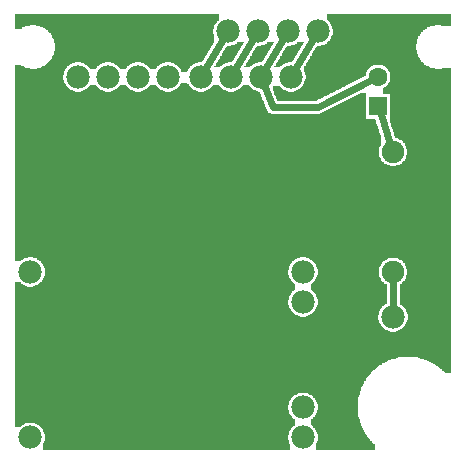
<source format=gtl>
G04 MADE WITH FRITZING*
G04 WWW.FRITZING.ORG*
G04 DOUBLE SIDED*
G04 HOLES PLATED*
G04 CONTOUR ON CENTER OF CONTOUR VECTOR*
%ASAXBY*%
%FSLAX23Y23*%
%MOIN*%
%OFA0B0*%
%SFA1.0B1.0*%
%ADD10C,0.075000*%
%ADD11C,0.062992*%
%ADD12C,0.078000*%
%ADD13R,0.062992X0.062992*%
%ADD14C,0.024000*%
%LNCOPPER1*%
G90*
G70*
G54D10*
X218Y1429D03*
X1301Y1036D03*
X1301Y636D03*
G54D11*
X1251Y1188D03*
X1251Y1286D03*
G54D12*
X1301Y486D03*
X751Y1438D03*
X851Y1438D03*
X951Y1438D03*
X1051Y1438D03*
X961Y1286D03*
X861Y1286D03*
X761Y1286D03*
X661Y1286D03*
X961Y1286D03*
X861Y1286D03*
X761Y1286D03*
X661Y1286D03*
X251Y1286D03*
X351Y1286D03*
X451Y1286D03*
X551Y1286D03*
X92Y636D03*
X92Y85D03*
X1001Y636D03*
X1001Y536D03*
X1001Y185D03*
X1001Y85D03*
G54D13*
X1251Y1188D03*
G54D14*
X900Y1186D02*
X872Y1258D01*
D02*
X1301Y608D02*
X1301Y516D01*
D02*
X1260Y1162D02*
X1292Y1063D01*
D02*
X1051Y1185D02*
X900Y1186D01*
D02*
X1227Y1274D02*
X1051Y1185D01*
D02*
X836Y1412D02*
X776Y1312D01*
D02*
X936Y1412D02*
X876Y1312D01*
D02*
X1036Y1412D02*
X976Y1312D01*
D02*
X736Y1412D02*
X676Y1312D01*
G36*
X784Y1403D02*
X784Y1401D01*
X782Y1401D01*
X782Y1399D01*
X780Y1399D01*
X780Y1397D01*
X778Y1397D01*
X778Y1395D01*
X774Y1395D01*
X774Y1393D01*
X770Y1393D01*
X770Y1391D01*
X762Y1391D01*
X762Y1389D01*
X748Y1389D01*
X748Y1387D01*
X746Y1387D01*
X746Y1385D01*
X744Y1385D01*
X744Y1381D01*
X742Y1381D01*
X742Y1377D01*
X740Y1377D01*
X740Y1375D01*
X738Y1375D01*
X738Y1371D01*
X736Y1371D01*
X736Y1367D01*
X734Y1367D01*
X734Y1365D01*
X732Y1365D01*
X732Y1361D01*
X730Y1361D01*
X730Y1357D01*
X728Y1357D01*
X728Y1355D01*
X726Y1355D01*
X726Y1351D01*
X724Y1351D01*
X724Y1347D01*
X722Y1347D01*
X722Y1345D01*
X720Y1345D01*
X720Y1341D01*
X718Y1341D01*
X718Y1337D01*
X716Y1337D01*
X716Y1333D01*
X714Y1333D01*
X714Y1331D01*
X712Y1331D01*
X712Y1327D01*
X710Y1327D01*
X710Y1323D01*
X708Y1323D01*
X708Y1321D01*
X706Y1321D01*
X706Y1319D01*
X726Y1319D01*
X726Y1321D01*
X728Y1321D01*
X728Y1323D01*
X730Y1323D01*
X730Y1325D01*
X732Y1325D01*
X732Y1327D01*
X736Y1327D01*
X736Y1329D01*
X740Y1329D01*
X740Y1331D01*
X744Y1331D01*
X744Y1333D01*
X752Y1333D01*
X752Y1335D01*
X764Y1335D01*
X764Y1337D01*
X766Y1337D01*
X766Y1339D01*
X768Y1339D01*
X768Y1343D01*
X770Y1343D01*
X770Y1347D01*
X772Y1347D01*
X772Y1349D01*
X774Y1349D01*
X774Y1353D01*
X776Y1353D01*
X776Y1357D01*
X778Y1357D01*
X778Y1359D01*
X780Y1359D01*
X780Y1363D01*
X782Y1363D01*
X782Y1367D01*
X784Y1367D01*
X784Y1369D01*
X786Y1369D01*
X786Y1373D01*
X788Y1373D01*
X788Y1377D01*
X790Y1377D01*
X790Y1379D01*
X792Y1379D01*
X792Y1383D01*
X794Y1383D01*
X794Y1387D01*
X796Y1387D01*
X796Y1389D01*
X798Y1389D01*
X798Y1393D01*
X800Y1393D01*
X800Y1397D01*
X802Y1397D01*
X802Y1399D01*
X804Y1399D01*
X804Y1403D01*
X784Y1403D01*
G37*
D02*
G36*
X884Y1403D02*
X884Y1401D01*
X882Y1401D01*
X882Y1399D01*
X880Y1399D01*
X880Y1397D01*
X878Y1397D01*
X878Y1395D01*
X874Y1395D01*
X874Y1393D01*
X870Y1393D01*
X870Y1391D01*
X862Y1391D01*
X862Y1389D01*
X848Y1389D01*
X848Y1387D01*
X846Y1387D01*
X846Y1385D01*
X844Y1385D01*
X844Y1381D01*
X842Y1381D01*
X842Y1377D01*
X840Y1377D01*
X840Y1375D01*
X838Y1375D01*
X838Y1371D01*
X836Y1371D01*
X836Y1367D01*
X834Y1367D01*
X834Y1365D01*
X832Y1365D01*
X832Y1361D01*
X830Y1361D01*
X830Y1357D01*
X828Y1357D01*
X828Y1355D01*
X826Y1355D01*
X826Y1351D01*
X824Y1351D01*
X824Y1347D01*
X822Y1347D01*
X822Y1345D01*
X820Y1345D01*
X820Y1341D01*
X818Y1341D01*
X818Y1337D01*
X816Y1337D01*
X816Y1333D01*
X814Y1333D01*
X814Y1331D01*
X812Y1331D01*
X812Y1327D01*
X810Y1327D01*
X810Y1323D01*
X808Y1323D01*
X808Y1321D01*
X806Y1321D01*
X806Y1319D01*
X826Y1319D01*
X826Y1321D01*
X828Y1321D01*
X828Y1323D01*
X830Y1323D01*
X830Y1325D01*
X832Y1325D01*
X832Y1327D01*
X836Y1327D01*
X836Y1329D01*
X840Y1329D01*
X840Y1331D01*
X844Y1331D01*
X844Y1333D01*
X852Y1333D01*
X852Y1335D01*
X864Y1335D01*
X864Y1337D01*
X866Y1337D01*
X866Y1339D01*
X868Y1339D01*
X868Y1343D01*
X870Y1343D01*
X870Y1347D01*
X872Y1347D01*
X872Y1349D01*
X874Y1349D01*
X874Y1353D01*
X876Y1353D01*
X876Y1357D01*
X878Y1357D01*
X878Y1359D01*
X880Y1359D01*
X880Y1363D01*
X882Y1363D01*
X882Y1367D01*
X884Y1367D01*
X884Y1369D01*
X886Y1369D01*
X886Y1373D01*
X888Y1373D01*
X888Y1377D01*
X890Y1377D01*
X890Y1379D01*
X892Y1379D01*
X892Y1383D01*
X894Y1383D01*
X894Y1387D01*
X896Y1387D01*
X896Y1389D01*
X898Y1389D01*
X898Y1393D01*
X900Y1393D01*
X900Y1397D01*
X902Y1397D01*
X902Y1399D01*
X904Y1399D01*
X904Y1403D01*
X884Y1403D01*
G37*
D02*
G36*
X984Y1403D02*
X984Y1401D01*
X982Y1401D01*
X982Y1399D01*
X980Y1399D01*
X980Y1397D01*
X978Y1397D01*
X978Y1395D01*
X974Y1395D01*
X974Y1393D01*
X970Y1393D01*
X970Y1391D01*
X962Y1391D01*
X962Y1389D01*
X948Y1389D01*
X948Y1387D01*
X946Y1387D01*
X946Y1385D01*
X944Y1385D01*
X944Y1381D01*
X942Y1381D01*
X942Y1377D01*
X940Y1377D01*
X940Y1375D01*
X938Y1375D01*
X938Y1371D01*
X936Y1371D01*
X936Y1367D01*
X934Y1367D01*
X934Y1365D01*
X932Y1365D01*
X932Y1361D01*
X930Y1361D01*
X930Y1357D01*
X928Y1357D01*
X928Y1355D01*
X926Y1355D01*
X926Y1351D01*
X924Y1351D01*
X924Y1347D01*
X922Y1347D01*
X922Y1345D01*
X920Y1345D01*
X920Y1341D01*
X918Y1341D01*
X918Y1337D01*
X916Y1337D01*
X916Y1333D01*
X914Y1333D01*
X914Y1331D01*
X912Y1331D01*
X912Y1327D01*
X910Y1327D01*
X910Y1323D01*
X908Y1323D01*
X908Y1321D01*
X906Y1321D01*
X906Y1319D01*
X926Y1319D01*
X926Y1321D01*
X928Y1321D01*
X928Y1323D01*
X930Y1323D01*
X930Y1325D01*
X932Y1325D01*
X932Y1327D01*
X936Y1327D01*
X936Y1329D01*
X940Y1329D01*
X940Y1331D01*
X944Y1331D01*
X944Y1333D01*
X952Y1333D01*
X952Y1335D01*
X964Y1335D01*
X964Y1337D01*
X966Y1337D01*
X966Y1339D01*
X968Y1339D01*
X968Y1343D01*
X970Y1343D01*
X970Y1347D01*
X972Y1347D01*
X972Y1349D01*
X974Y1349D01*
X974Y1353D01*
X976Y1353D01*
X976Y1357D01*
X978Y1357D01*
X978Y1359D01*
X980Y1359D01*
X980Y1363D01*
X982Y1363D01*
X982Y1367D01*
X984Y1367D01*
X984Y1369D01*
X986Y1369D01*
X986Y1373D01*
X988Y1373D01*
X988Y1377D01*
X990Y1377D01*
X990Y1379D01*
X992Y1379D01*
X992Y1383D01*
X994Y1383D01*
X994Y1387D01*
X996Y1387D01*
X996Y1389D01*
X998Y1389D01*
X998Y1393D01*
X1000Y1393D01*
X1000Y1397D01*
X1002Y1397D01*
X1002Y1399D01*
X1004Y1399D01*
X1004Y1403D01*
X984Y1403D01*
G37*
D02*
G36*
X40Y1495D02*
X40Y1459D01*
X112Y1459D01*
X112Y1457D01*
X120Y1457D01*
X120Y1455D01*
X126Y1455D01*
X126Y1453D01*
X132Y1453D01*
X132Y1451D01*
X136Y1451D01*
X136Y1449D01*
X140Y1449D01*
X140Y1447D01*
X142Y1447D01*
X142Y1445D01*
X146Y1445D01*
X146Y1443D01*
X148Y1443D01*
X148Y1441D01*
X150Y1441D01*
X150Y1439D01*
X152Y1439D01*
X152Y1437D01*
X154Y1437D01*
X154Y1435D01*
X156Y1435D01*
X156Y1433D01*
X158Y1433D01*
X158Y1431D01*
X160Y1431D01*
X160Y1427D01*
X162Y1427D01*
X162Y1425D01*
X164Y1425D01*
X164Y1421D01*
X166Y1421D01*
X166Y1417D01*
X168Y1417D01*
X168Y1413D01*
X170Y1413D01*
X170Y1407D01*
X172Y1407D01*
X172Y1399D01*
X174Y1399D01*
X174Y1373D01*
X172Y1373D01*
X172Y1365D01*
X170Y1365D01*
X170Y1359D01*
X168Y1359D01*
X168Y1355D01*
X166Y1355D01*
X166Y1351D01*
X164Y1351D01*
X164Y1347D01*
X162Y1347D01*
X162Y1345D01*
X160Y1345D01*
X160Y1341D01*
X158Y1341D01*
X158Y1339D01*
X156Y1339D01*
X156Y1337D01*
X154Y1337D01*
X154Y1335D01*
X560Y1335D01*
X560Y1333D01*
X568Y1333D01*
X568Y1331D01*
X572Y1331D01*
X572Y1329D01*
X576Y1329D01*
X576Y1327D01*
X580Y1327D01*
X580Y1325D01*
X582Y1325D01*
X582Y1323D01*
X584Y1323D01*
X584Y1321D01*
X586Y1321D01*
X586Y1319D01*
X588Y1319D01*
X588Y1317D01*
X590Y1317D01*
X590Y1315D01*
X592Y1315D01*
X592Y1311D01*
X594Y1311D01*
X594Y1307D01*
X596Y1307D01*
X596Y1303D01*
X616Y1303D01*
X616Y1307D01*
X618Y1307D01*
X618Y1311D01*
X620Y1311D01*
X620Y1315D01*
X622Y1315D01*
X622Y1317D01*
X624Y1317D01*
X624Y1319D01*
X626Y1319D01*
X626Y1321D01*
X628Y1321D01*
X628Y1323D01*
X630Y1323D01*
X630Y1325D01*
X632Y1325D01*
X632Y1327D01*
X636Y1327D01*
X636Y1329D01*
X640Y1329D01*
X640Y1331D01*
X644Y1331D01*
X644Y1333D01*
X652Y1333D01*
X652Y1335D01*
X664Y1335D01*
X664Y1337D01*
X666Y1337D01*
X666Y1339D01*
X668Y1339D01*
X668Y1343D01*
X670Y1343D01*
X670Y1347D01*
X672Y1347D01*
X672Y1349D01*
X674Y1349D01*
X674Y1353D01*
X676Y1353D01*
X676Y1357D01*
X678Y1357D01*
X678Y1359D01*
X680Y1359D01*
X680Y1363D01*
X682Y1363D01*
X682Y1367D01*
X684Y1367D01*
X684Y1369D01*
X686Y1369D01*
X686Y1373D01*
X688Y1373D01*
X688Y1377D01*
X690Y1377D01*
X690Y1379D01*
X692Y1379D01*
X692Y1383D01*
X694Y1383D01*
X694Y1387D01*
X696Y1387D01*
X696Y1389D01*
X698Y1389D01*
X698Y1393D01*
X700Y1393D01*
X700Y1397D01*
X702Y1397D01*
X702Y1399D01*
X704Y1399D01*
X704Y1429D01*
X702Y1429D01*
X702Y1445D01*
X704Y1445D01*
X704Y1453D01*
X706Y1453D01*
X706Y1459D01*
X708Y1459D01*
X708Y1461D01*
X710Y1461D01*
X710Y1465D01*
X712Y1465D01*
X712Y1467D01*
X714Y1467D01*
X714Y1471D01*
X716Y1471D01*
X716Y1473D01*
X720Y1473D01*
X720Y1475D01*
X722Y1475D01*
X722Y1495D01*
X40Y1495D01*
G37*
D02*
G36*
X1080Y1495D02*
X1080Y1475D01*
X1084Y1475D01*
X1084Y1473D01*
X1086Y1473D01*
X1086Y1471D01*
X1088Y1471D01*
X1088Y1469D01*
X1090Y1469D01*
X1090Y1465D01*
X1092Y1465D01*
X1092Y1463D01*
X1094Y1463D01*
X1094Y1459D01*
X1462Y1459D01*
X1462Y1457D01*
X1470Y1457D01*
X1470Y1455D01*
X1494Y1455D01*
X1494Y1495D01*
X1080Y1495D01*
G37*
D02*
G36*
X40Y1459D02*
X40Y1445D01*
X60Y1445D01*
X60Y1447D01*
X64Y1447D01*
X64Y1449D01*
X66Y1449D01*
X66Y1451D01*
X70Y1451D01*
X70Y1453D01*
X76Y1453D01*
X76Y1455D01*
X82Y1455D01*
X82Y1457D01*
X90Y1457D01*
X90Y1459D01*
X40Y1459D01*
G37*
D02*
G36*
X1096Y1459D02*
X1096Y1455D01*
X1098Y1455D01*
X1098Y1447D01*
X1100Y1447D01*
X1100Y1427D01*
X1098Y1427D01*
X1098Y1421D01*
X1096Y1421D01*
X1096Y1415D01*
X1094Y1415D01*
X1094Y1413D01*
X1092Y1413D01*
X1092Y1409D01*
X1090Y1409D01*
X1090Y1407D01*
X1088Y1407D01*
X1088Y1405D01*
X1086Y1405D01*
X1086Y1403D01*
X1084Y1403D01*
X1084Y1401D01*
X1082Y1401D01*
X1082Y1399D01*
X1080Y1399D01*
X1080Y1397D01*
X1078Y1397D01*
X1078Y1395D01*
X1074Y1395D01*
X1074Y1393D01*
X1070Y1393D01*
X1070Y1391D01*
X1062Y1391D01*
X1062Y1389D01*
X1048Y1389D01*
X1048Y1387D01*
X1046Y1387D01*
X1046Y1385D01*
X1044Y1385D01*
X1044Y1381D01*
X1042Y1381D01*
X1042Y1377D01*
X1040Y1377D01*
X1040Y1375D01*
X1038Y1375D01*
X1038Y1371D01*
X1036Y1371D01*
X1036Y1367D01*
X1034Y1367D01*
X1034Y1365D01*
X1032Y1365D01*
X1032Y1361D01*
X1030Y1361D01*
X1030Y1357D01*
X1028Y1357D01*
X1028Y1355D01*
X1026Y1355D01*
X1026Y1351D01*
X1024Y1351D01*
X1024Y1347D01*
X1022Y1347D01*
X1022Y1345D01*
X1020Y1345D01*
X1020Y1341D01*
X1018Y1341D01*
X1018Y1337D01*
X1016Y1337D01*
X1016Y1333D01*
X1014Y1333D01*
X1014Y1331D01*
X1012Y1331D01*
X1012Y1327D01*
X1262Y1327D01*
X1262Y1325D01*
X1268Y1325D01*
X1268Y1323D01*
X1272Y1323D01*
X1272Y1321D01*
X1274Y1321D01*
X1274Y1319D01*
X1278Y1319D01*
X1278Y1317D01*
X1280Y1317D01*
X1280Y1315D01*
X1282Y1315D01*
X1282Y1313D01*
X1440Y1313D01*
X1440Y1315D01*
X1430Y1315D01*
X1430Y1317D01*
X1426Y1317D01*
X1426Y1319D01*
X1420Y1319D01*
X1420Y1321D01*
X1416Y1321D01*
X1416Y1323D01*
X1412Y1323D01*
X1412Y1325D01*
X1410Y1325D01*
X1410Y1327D01*
X1406Y1327D01*
X1406Y1329D01*
X1404Y1329D01*
X1404Y1331D01*
X1402Y1331D01*
X1402Y1333D01*
X1400Y1333D01*
X1400Y1335D01*
X1398Y1335D01*
X1398Y1337D01*
X1396Y1337D01*
X1396Y1339D01*
X1394Y1339D01*
X1394Y1343D01*
X1392Y1343D01*
X1392Y1345D01*
X1390Y1345D01*
X1390Y1349D01*
X1388Y1349D01*
X1388Y1351D01*
X1386Y1351D01*
X1386Y1355D01*
X1384Y1355D01*
X1384Y1361D01*
X1382Y1361D01*
X1382Y1367D01*
X1380Y1367D01*
X1380Y1377D01*
X1378Y1377D01*
X1378Y1395D01*
X1380Y1395D01*
X1380Y1405D01*
X1382Y1405D01*
X1382Y1411D01*
X1384Y1411D01*
X1384Y1417D01*
X1386Y1417D01*
X1386Y1421D01*
X1388Y1421D01*
X1388Y1423D01*
X1390Y1423D01*
X1390Y1427D01*
X1392Y1427D01*
X1392Y1429D01*
X1394Y1429D01*
X1394Y1433D01*
X1396Y1433D01*
X1396Y1435D01*
X1398Y1435D01*
X1398Y1437D01*
X1400Y1437D01*
X1400Y1439D01*
X1402Y1439D01*
X1402Y1441D01*
X1404Y1441D01*
X1404Y1443D01*
X1408Y1443D01*
X1408Y1445D01*
X1410Y1445D01*
X1410Y1447D01*
X1414Y1447D01*
X1414Y1449D01*
X1416Y1449D01*
X1416Y1451D01*
X1420Y1451D01*
X1420Y1453D01*
X1426Y1453D01*
X1426Y1455D01*
X1432Y1455D01*
X1432Y1457D01*
X1440Y1457D01*
X1440Y1459D01*
X1096Y1459D01*
G37*
D02*
G36*
X152Y1335D02*
X152Y1333D01*
X150Y1333D01*
X150Y1331D01*
X148Y1331D01*
X148Y1329D01*
X146Y1329D01*
X146Y1327D01*
X142Y1327D01*
X142Y1325D01*
X140Y1325D01*
X140Y1323D01*
X136Y1323D01*
X136Y1321D01*
X132Y1321D01*
X132Y1319D01*
X128Y1319D01*
X128Y1317D01*
X122Y1317D01*
X122Y1315D01*
X114Y1315D01*
X114Y1313D01*
X212Y1313D01*
X212Y1317D01*
X214Y1317D01*
X214Y1319D01*
X216Y1319D01*
X216Y1321D01*
X218Y1321D01*
X218Y1323D01*
X220Y1323D01*
X220Y1325D01*
X224Y1325D01*
X224Y1327D01*
X226Y1327D01*
X226Y1329D01*
X230Y1329D01*
X230Y1331D01*
X236Y1331D01*
X236Y1333D01*
X242Y1333D01*
X242Y1335D01*
X152Y1335D01*
G37*
D02*
G36*
X260Y1335D02*
X260Y1333D01*
X268Y1333D01*
X268Y1331D01*
X272Y1331D01*
X272Y1329D01*
X276Y1329D01*
X276Y1327D01*
X280Y1327D01*
X280Y1325D01*
X282Y1325D01*
X282Y1323D01*
X284Y1323D01*
X284Y1321D01*
X286Y1321D01*
X286Y1319D01*
X288Y1319D01*
X288Y1317D01*
X290Y1317D01*
X290Y1315D01*
X292Y1315D01*
X292Y1313D01*
X312Y1313D01*
X312Y1317D01*
X314Y1317D01*
X314Y1319D01*
X316Y1319D01*
X316Y1321D01*
X318Y1321D01*
X318Y1323D01*
X320Y1323D01*
X320Y1325D01*
X324Y1325D01*
X324Y1327D01*
X326Y1327D01*
X326Y1329D01*
X330Y1329D01*
X330Y1331D01*
X336Y1331D01*
X336Y1333D01*
X342Y1333D01*
X342Y1335D01*
X260Y1335D01*
G37*
D02*
G36*
X360Y1335D02*
X360Y1333D01*
X368Y1333D01*
X368Y1331D01*
X372Y1331D01*
X372Y1329D01*
X376Y1329D01*
X376Y1327D01*
X380Y1327D01*
X380Y1325D01*
X382Y1325D01*
X382Y1323D01*
X384Y1323D01*
X384Y1321D01*
X386Y1321D01*
X386Y1319D01*
X388Y1319D01*
X388Y1317D01*
X390Y1317D01*
X390Y1315D01*
X392Y1315D01*
X392Y1313D01*
X412Y1313D01*
X412Y1317D01*
X414Y1317D01*
X414Y1319D01*
X416Y1319D01*
X416Y1321D01*
X418Y1321D01*
X418Y1323D01*
X420Y1323D01*
X420Y1325D01*
X424Y1325D01*
X424Y1327D01*
X426Y1327D01*
X426Y1329D01*
X430Y1329D01*
X430Y1331D01*
X436Y1331D01*
X436Y1333D01*
X442Y1333D01*
X442Y1335D01*
X360Y1335D01*
G37*
D02*
G36*
X460Y1335D02*
X460Y1333D01*
X468Y1333D01*
X468Y1331D01*
X472Y1331D01*
X472Y1329D01*
X476Y1329D01*
X476Y1327D01*
X480Y1327D01*
X480Y1325D01*
X482Y1325D01*
X482Y1323D01*
X484Y1323D01*
X484Y1321D01*
X486Y1321D01*
X486Y1319D01*
X488Y1319D01*
X488Y1317D01*
X490Y1317D01*
X490Y1315D01*
X492Y1315D01*
X492Y1313D01*
X512Y1313D01*
X512Y1317D01*
X514Y1317D01*
X514Y1319D01*
X516Y1319D01*
X516Y1321D01*
X518Y1321D01*
X518Y1323D01*
X520Y1323D01*
X520Y1325D01*
X524Y1325D01*
X524Y1327D01*
X526Y1327D01*
X526Y1329D01*
X530Y1329D01*
X530Y1331D01*
X536Y1331D01*
X536Y1333D01*
X542Y1333D01*
X542Y1335D01*
X460Y1335D01*
G37*
D02*
G36*
X40Y1327D02*
X40Y1313D01*
X90Y1313D01*
X90Y1315D01*
X80Y1315D01*
X80Y1317D01*
X76Y1317D01*
X76Y1319D01*
X70Y1319D01*
X70Y1321D01*
X66Y1321D01*
X66Y1323D01*
X62Y1323D01*
X62Y1325D01*
X60Y1325D01*
X60Y1327D01*
X40Y1327D01*
G37*
D02*
G36*
X1010Y1327D02*
X1010Y1323D01*
X1008Y1323D01*
X1008Y1321D01*
X1006Y1321D01*
X1006Y1301D01*
X1008Y1301D01*
X1008Y1293D01*
X1010Y1293D01*
X1010Y1279D01*
X1008Y1279D01*
X1008Y1271D01*
X1006Y1271D01*
X1006Y1265D01*
X1004Y1265D01*
X1004Y1261D01*
X1002Y1261D01*
X1002Y1259D01*
X1000Y1259D01*
X1000Y1255D01*
X998Y1255D01*
X998Y1253D01*
X996Y1253D01*
X996Y1251D01*
X994Y1251D01*
X994Y1249D01*
X992Y1249D01*
X992Y1247D01*
X988Y1247D01*
X988Y1245D01*
X986Y1245D01*
X986Y1243D01*
X982Y1243D01*
X982Y1241D01*
X978Y1241D01*
X978Y1239D01*
X970Y1239D01*
X970Y1237D01*
X1108Y1237D01*
X1108Y1239D01*
X1112Y1239D01*
X1112Y1241D01*
X1116Y1241D01*
X1116Y1243D01*
X1120Y1243D01*
X1120Y1245D01*
X1124Y1245D01*
X1124Y1247D01*
X1128Y1247D01*
X1128Y1249D01*
X1132Y1249D01*
X1132Y1251D01*
X1136Y1251D01*
X1136Y1253D01*
X1140Y1253D01*
X1140Y1255D01*
X1144Y1255D01*
X1144Y1257D01*
X1146Y1257D01*
X1146Y1259D01*
X1150Y1259D01*
X1150Y1261D01*
X1154Y1261D01*
X1154Y1263D01*
X1158Y1263D01*
X1158Y1265D01*
X1162Y1265D01*
X1162Y1267D01*
X1166Y1267D01*
X1166Y1269D01*
X1170Y1269D01*
X1170Y1271D01*
X1174Y1271D01*
X1174Y1273D01*
X1178Y1273D01*
X1178Y1275D01*
X1182Y1275D01*
X1182Y1277D01*
X1186Y1277D01*
X1186Y1279D01*
X1190Y1279D01*
X1190Y1281D01*
X1194Y1281D01*
X1194Y1283D01*
X1198Y1283D01*
X1198Y1285D01*
X1202Y1285D01*
X1202Y1287D01*
X1206Y1287D01*
X1206Y1289D01*
X1210Y1289D01*
X1210Y1295D01*
X1212Y1295D01*
X1212Y1301D01*
X1214Y1301D01*
X1214Y1305D01*
X1216Y1305D01*
X1216Y1309D01*
X1218Y1309D01*
X1218Y1311D01*
X1220Y1311D01*
X1220Y1315D01*
X1222Y1315D01*
X1222Y1317D01*
X1226Y1317D01*
X1226Y1319D01*
X1228Y1319D01*
X1228Y1321D01*
X1232Y1321D01*
X1232Y1323D01*
X1234Y1323D01*
X1234Y1325D01*
X1242Y1325D01*
X1242Y1327D01*
X1010Y1327D01*
G37*
D02*
G36*
X1472Y1317D02*
X1472Y1315D01*
X1464Y1315D01*
X1464Y1313D01*
X1494Y1313D01*
X1494Y1317D01*
X1472Y1317D01*
G37*
D02*
G36*
X40Y1313D02*
X40Y1311D01*
X210Y1311D01*
X210Y1313D01*
X40Y1313D01*
G37*
D02*
G36*
X40Y1313D02*
X40Y1311D01*
X210Y1311D01*
X210Y1313D01*
X40Y1313D01*
G37*
D02*
G36*
X1284Y1313D02*
X1284Y1311D01*
X1494Y1311D01*
X1494Y1313D01*
X1284Y1313D01*
G37*
D02*
G36*
X1284Y1313D02*
X1284Y1311D01*
X1494Y1311D01*
X1494Y1313D01*
X1284Y1313D01*
G37*
D02*
G36*
X40Y1311D02*
X40Y1237D01*
X242Y1237D01*
X242Y1239D01*
X234Y1239D01*
X234Y1241D01*
X230Y1241D01*
X230Y1243D01*
X226Y1243D01*
X226Y1245D01*
X222Y1245D01*
X222Y1247D01*
X220Y1247D01*
X220Y1249D01*
X218Y1249D01*
X218Y1251D01*
X216Y1251D01*
X216Y1253D01*
X214Y1253D01*
X214Y1255D01*
X212Y1255D01*
X212Y1259D01*
X210Y1259D01*
X210Y1261D01*
X208Y1261D01*
X208Y1265D01*
X206Y1265D01*
X206Y1271D01*
X204Y1271D01*
X204Y1277D01*
X202Y1277D01*
X202Y1293D01*
X204Y1293D01*
X204Y1301D01*
X206Y1301D01*
X206Y1307D01*
X208Y1307D01*
X208Y1311D01*
X40Y1311D01*
G37*
D02*
G36*
X1284Y1311D02*
X1284Y1309D01*
X1286Y1309D01*
X1286Y1307D01*
X1288Y1307D01*
X1288Y1303D01*
X1290Y1303D01*
X1290Y1297D01*
X1292Y1297D01*
X1292Y1275D01*
X1290Y1275D01*
X1290Y1269D01*
X1288Y1269D01*
X1288Y1265D01*
X1286Y1265D01*
X1286Y1263D01*
X1284Y1263D01*
X1284Y1259D01*
X1282Y1259D01*
X1282Y1257D01*
X1280Y1257D01*
X1280Y1255D01*
X1278Y1255D01*
X1278Y1253D01*
X1274Y1253D01*
X1274Y1251D01*
X1272Y1251D01*
X1272Y1249D01*
X1268Y1249D01*
X1268Y1229D01*
X1292Y1229D01*
X1292Y1131D01*
X1294Y1131D01*
X1294Y1125D01*
X1296Y1125D01*
X1296Y1119D01*
X1298Y1119D01*
X1298Y1113D01*
X1300Y1113D01*
X1300Y1107D01*
X1302Y1107D01*
X1302Y1101D01*
X1304Y1101D01*
X1304Y1095D01*
X1306Y1095D01*
X1306Y1089D01*
X1308Y1089D01*
X1308Y1083D01*
X1312Y1083D01*
X1312Y1081D01*
X1318Y1081D01*
X1318Y1079D01*
X1322Y1079D01*
X1322Y1077D01*
X1326Y1077D01*
X1326Y1075D01*
X1330Y1075D01*
X1330Y1073D01*
X1332Y1073D01*
X1332Y1071D01*
X1334Y1071D01*
X1334Y1069D01*
X1336Y1069D01*
X1336Y1067D01*
X1338Y1067D01*
X1338Y1065D01*
X1340Y1065D01*
X1340Y1061D01*
X1342Y1061D01*
X1342Y1057D01*
X1344Y1057D01*
X1344Y1055D01*
X1346Y1055D01*
X1346Y1047D01*
X1348Y1047D01*
X1348Y1025D01*
X1346Y1025D01*
X1346Y1017D01*
X1344Y1017D01*
X1344Y1013D01*
X1342Y1013D01*
X1342Y1011D01*
X1340Y1011D01*
X1340Y1007D01*
X1338Y1007D01*
X1338Y1005D01*
X1336Y1005D01*
X1336Y1003D01*
X1334Y1003D01*
X1334Y1001D01*
X1332Y1001D01*
X1332Y999D01*
X1330Y999D01*
X1330Y997D01*
X1326Y997D01*
X1326Y995D01*
X1324Y995D01*
X1324Y993D01*
X1320Y993D01*
X1320Y991D01*
X1312Y991D01*
X1312Y989D01*
X1494Y989D01*
X1494Y1311D01*
X1284Y1311D01*
G37*
D02*
G36*
X596Y1267D02*
X596Y1265D01*
X594Y1265D01*
X594Y1261D01*
X592Y1261D01*
X592Y1257D01*
X590Y1257D01*
X590Y1255D01*
X588Y1255D01*
X588Y1253D01*
X586Y1253D01*
X586Y1251D01*
X584Y1251D01*
X584Y1249D01*
X582Y1249D01*
X582Y1247D01*
X580Y1247D01*
X580Y1245D01*
X576Y1245D01*
X576Y1243D01*
X572Y1243D01*
X572Y1241D01*
X568Y1241D01*
X568Y1239D01*
X562Y1239D01*
X562Y1237D01*
X650Y1237D01*
X650Y1239D01*
X644Y1239D01*
X644Y1241D01*
X640Y1241D01*
X640Y1243D01*
X636Y1243D01*
X636Y1245D01*
X632Y1245D01*
X632Y1247D01*
X630Y1247D01*
X630Y1249D01*
X628Y1249D01*
X628Y1251D01*
X626Y1251D01*
X626Y1253D01*
X624Y1253D01*
X624Y1255D01*
X622Y1255D01*
X622Y1257D01*
X620Y1257D01*
X620Y1261D01*
X618Y1261D01*
X618Y1263D01*
X616Y1263D01*
X616Y1267D01*
X596Y1267D01*
G37*
D02*
G36*
X292Y1259D02*
X292Y1257D01*
X290Y1257D01*
X290Y1255D01*
X288Y1255D01*
X288Y1253D01*
X286Y1253D01*
X286Y1251D01*
X284Y1251D01*
X284Y1249D01*
X282Y1249D01*
X282Y1247D01*
X280Y1247D01*
X280Y1245D01*
X276Y1245D01*
X276Y1243D01*
X272Y1243D01*
X272Y1241D01*
X268Y1241D01*
X268Y1239D01*
X262Y1239D01*
X262Y1237D01*
X342Y1237D01*
X342Y1239D01*
X334Y1239D01*
X334Y1241D01*
X330Y1241D01*
X330Y1243D01*
X326Y1243D01*
X326Y1245D01*
X322Y1245D01*
X322Y1247D01*
X320Y1247D01*
X320Y1249D01*
X318Y1249D01*
X318Y1251D01*
X316Y1251D01*
X316Y1253D01*
X314Y1253D01*
X314Y1255D01*
X312Y1255D01*
X312Y1259D01*
X292Y1259D01*
G37*
D02*
G36*
X392Y1259D02*
X392Y1257D01*
X390Y1257D01*
X390Y1255D01*
X388Y1255D01*
X388Y1253D01*
X386Y1253D01*
X386Y1251D01*
X384Y1251D01*
X384Y1249D01*
X382Y1249D01*
X382Y1247D01*
X380Y1247D01*
X380Y1245D01*
X376Y1245D01*
X376Y1243D01*
X372Y1243D01*
X372Y1241D01*
X368Y1241D01*
X368Y1239D01*
X362Y1239D01*
X362Y1237D01*
X442Y1237D01*
X442Y1239D01*
X434Y1239D01*
X434Y1241D01*
X430Y1241D01*
X430Y1243D01*
X426Y1243D01*
X426Y1245D01*
X422Y1245D01*
X422Y1247D01*
X420Y1247D01*
X420Y1249D01*
X418Y1249D01*
X418Y1251D01*
X416Y1251D01*
X416Y1253D01*
X414Y1253D01*
X414Y1255D01*
X412Y1255D01*
X412Y1259D01*
X392Y1259D01*
G37*
D02*
G36*
X492Y1259D02*
X492Y1257D01*
X490Y1257D01*
X490Y1255D01*
X488Y1255D01*
X488Y1253D01*
X486Y1253D01*
X486Y1251D01*
X484Y1251D01*
X484Y1249D01*
X482Y1249D01*
X482Y1247D01*
X480Y1247D01*
X480Y1245D01*
X476Y1245D01*
X476Y1243D01*
X472Y1243D01*
X472Y1241D01*
X468Y1241D01*
X468Y1239D01*
X462Y1239D01*
X462Y1237D01*
X542Y1237D01*
X542Y1239D01*
X534Y1239D01*
X534Y1241D01*
X530Y1241D01*
X530Y1243D01*
X526Y1243D01*
X526Y1245D01*
X522Y1245D01*
X522Y1247D01*
X520Y1247D01*
X520Y1249D01*
X518Y1249D01*
X518Y1251D01*
X516Y1251D01*
X516Y1253D01*
X514Y1253D01*
X514Y1255D01*
X512Y1255D01*
X512Y1259D01*
X492Y1259D01*
G37*
D02*
G36*
X700Y1259D02*
X700Y1255D01*
X698Y1255D01*
X698Y1253D01*
X696Y1253D01*
X696Y1251D01*
X694Y1251D01*
X694Y1249D01*
X692Y1249D01*
X692Y1247D01*
X688Y1247D01*
X688Y1245D01*
X686Y1245D01*
X686Y1243D01*
X682Y1243D01*
X682Y1241D01*
X678Y1241D01*
X678Y1239D01*
X670Y1239D01*
X670Y1237D01*
X750Y1237D01*
X750Y1239D01*
X744Y1239D01*
X744Y1241D01*
X740Y1241D01*
X740Y1243D01*
X736Y1243D01*
X736Y1245D01*
X732Y1245D01*
X732Y1247D01*
X730Y1247D01*
X730Y1249D01*
X728Y1249D01*
X728Y1251D01*
X726Y1251D01*
X726Y1253D01*
X724Y1253D01*
X724Y1255D01*
X722Y1255D01*
X722Y1257D01*
X720Y1257D01*
X720Y1259D01*
X700Y1259D01*
G37*
D02*
G36*
X800Y1259D02*
X800Y1255D01*
X798Y1255D01*
X798Y1253D01*
X796Y1253D01*
X796Y1251D01*
X794Y1251D01*
X794Y1249D01*
X792Y1249D01*
X792Y1247D01*
X788Y1247D01*
X788Y1245D01*
X786Y1245D01*
X786Y1243D01*
X782Y1243D01*
X782Y1241D01*
X778Y1241D01*
X778Y1239D01*
X770Y1239D01*
X770Y1237D01*
X850Y1237D01*
X850Y1239D01*
X844Y1239D01*
X844Y1241D01*
X840Y1241D01*
X840Y1243D01*
X836Y1243D01*
X836Y1245D01*
X832Y1245D01*
X832Y1247D01*
X830Y1247D01*
X830Y1249D01*
X828Y1249D01*
X828Y1251D01*
X826Y1251D01*
X826Y1253D01*
X824Y1253D01*
X824Y1255D01*
X822Y1255D01*
X822Y1257D01*
X820Y1257D01*
X820Y1259D01*
X800Y1259D01*
G37*
D02*
G36*
X902Y1257D02*
X902Y1239D01*
X904Y1239D01*
X904Y1237D01*
X950Y1237D01*
X950Y1239D01*
X944Y1239D01*
X944Y1241D01*
X940Y1241D01*
X940Y1243D01*
X936Y1243D01*
X936Y1245D01*
X932Y1245D01*
X932Y1247D01*
X930Y1247D01*
X930Y1249D01*
X928Y1249D01*
X928Y1251D01*
X926Y1251D01*
X926Y1253D01*
X924Y1253D01*
X924Y1255D01*
X922Y1255D01*
X922Y1257D01*
X902Y1257D01*
G37*
D02*
G36*
X40Y1237D02*
X40Y1235D01*
X856Y1235D01*
X856Y1237D01*
X40Y1237D01*
G37*
D02*
G36*
X40Y1237D02*
X40Y1235D01*
X856Y1235D01*
X856Y1237D01*
X40Y1237D01*
G37*
D02*
G36*
X40Y1237D02*
X40Y1235D01*
X856Y1235D01*
X856Y1237D01*
X40Y1237D01*
G37*
D02*
G36*
X40Y1237D02*
X40Y1235D01*
X856Y1235D01*
X856Y1237D01*
X40Y1237D01*
G37*
D02*
G36*
X40Y1237D02*
X40Y1235D01*
X856Y1235D01*
X856Y1237D01*
X40Y1237D01*
G37*
D02*
G36*
X40Y1237D02*
X40Y1235D01*
X856Y1235D01*
X856Y1237D01*
X40Y1237D01*
G37*
D02*
G36*
X40Y1237D02*
X40Y1235D01*
X856Y1235D01*
X856Y1237D01*
X40Y1237D01*
G37*
D02*
G36*
X904Y1237D02*
X904Y1235D01*
X1104Y1235D01*
X1104Y1237D01*
X904Y1237D01*
G37*
D02*
G36*
X904Y1237D02*
X904Y1235D01*
X1104Y1235D01*
X1104Y1237D01*
X904Y1237D01*
G37*
D02*
G36*
X40Y1235D02*
X40Y1163D01*
X894Y1163D01*
X894Y1165D01*
X890Y1165D01*
X890Y1167D01*
X886Y1167D01*
X886Y1169D01*
X884Y1169D01*
X884Y1171D01*
X882Y1171D01*
X882Y1175D01*
X880Y1175D01*
X880Y1179D01*
X878Y1179D01*
X878Y1185D01*
X876Y1185D01*
X876Y1189D01*
X874Y1189D01*
X874Y1195D01*
X872Y1195D01*
X872Y1199D01*
X870Y1199D01*
X870Y1205D01*
X868Y1205D01*
X868Y1209D01*
X866Y1209D01*
X866Y1215D01*
X864Y1215D01*
X864Y1219D01*
X862Y1219D01*
X862Y1225D01*
X860Y1225D01*
X860Y1229D01*
X858Y1229D01*
X858Y1235D01*
X40Y1235D01*
G37*
D02*
G36*
X904Y1235D02*
X904Y1233D01*
X906Y1233D01*
X906Y1227D01*
X908Y1227D01*
X908Y1223D01*
X910Y1223D01*
X910Y1217D01*
X912Y1217D01*
X912Y1213D01*
X914Y1213D01*
X914Y1207D01*
X1048Y1207D01*
X1048Y1209D01*
X1052Y1209D01*
X1052Y1211D01*
X1056Y1211D01*
X1056Y1213D01*
X1060Y1213D01*
X1060Y1215D01*
X1064Y1215D01*
X1064Y1217D01*
X1068Y1217D01*
X1068Y1219D01*
X1072Y1219D01*
X1072Y1221D01*
X1076Y1221D01*
X1076Y1223D01*
X1080Y1223D01*
X1080Y1225D01*
X1084Y1225D01*
X1084Y1227D01*
X1088Y1227D01*
X1088Y1229D01*
X1092Y1229D01*
X1092Y1231D01*
X1096Y1231D01*
X1096Y1233D01*
X1100Y1233D01*
X1100Y1235D01*
X904Y1235D01*
G37*
D02*
G36*
X1190Y1231D02*
X1190Y1229D01*
X1186Y1229D01*
X1186Y1227D01*
X1182Y1227D01*
X1182Y1225D01*
X1178Y1225D01*
X1178Y1223D01*
X1174Y1223D01*
X1174Y1221D01*
X1170Y1221D01*
X1170Y1219D01*
X1166Y1219D01*
X1166Y1217D01*
X1162Y1217D01*
X1162Y1215D01*
X1158Y1215D01*
X1158Y1213D01*
X1154Y1213D01*
X1154Y1211D01*
X1150Y1211D01*
X1150Y1209D01*
X1146Y1209D01*
X1146Y1207D01*
X1142Y1207D01*
X1142Y1205D01*
X1138Y1205D01*
X1138Y1203D01*
X1134Y1203D01*
X1134Y1201D01*
X1130Y1201D01*
X1130Y1199D01*
X1126Y1199D01*
X1126Y1197D01*
X1122Y1197D01*
X1122Y1195D01*
X1118Y1195D01*
X1118Y1193D01*
X1114Y1193D01*
X1114Y1191D01*
X1110Y1191D01*
X1110Y1189D01*
X1106Y1189D01*
X1106Y1187D01*
X1102Y1187D01*
X1102Y1185D01*
X1098Y1185D01*
X1098Y1183D01*
X1094Y1183D01*
X1094Y1181D01*
X1090Y1181D01*
X1090Y1179D01*
X1086Y1179D01*
X1086Y1177D01*
X1082Y1177D01*
X1082Y1175D01*
X1078Y1175D01*
X1078Y1173D01*
X1074Y1173D01*
X1074Y1171D01*
X1070Y1171D01*
X1070Y1169D01*
X1066Y1169D01*
X1066Y1167D01*
X1062Y1167D01*
X1062Y1165D01*
X1058Y1165D01*
X1058Y1163D01*
X1210Y1163D01*
X1210Y1231D01*
X1190Y1231D01*
G37*
D02*
G36*
X40Y1163D02*
X40Y1161D01*
X1210Y1161D01*
X1210Y1163D01*
X40Y1163D01*
G37*
D02*
G36*
X40Y1163D02*
X40Y1161D01*
X1210Y1161D01*
X1210Y1163D01*
X40Y1163D01*
G37*
D02*
G36*
X40Y1161D02*
X40Y989D01*
X1290Y989D01*
X1290Y991D01*
X1284Y991D01*
X1284Y993D01*
X1280Y993D01*
X1280Y995D01*
X1276Y995D01*
X1276Y997D01*
X1272Y997D01*
X1272Y999D01*
X1270Y999D01*
X1270Y1001D01*
X1268Y1001D01*
X1268Y1003D01*
X1266Y1003D01*
X1266Y1005D01*
X1264Y1005D01*
X1264Y1007D01*
X1262Y1007D01*
X1262Y1011D01*
X1260Y1011D01*
X1260Y1015D01*
X1258Y1015D01*
X1258Y1019D01*
X1256Y1019D01*
X1256Y1025D01*
X1254Y1025D01*
X1254Y1047D01*
X1256Y1047D01*
X1256Y1053D01*
X1258Y1053D01*
X1258Y1057D01*
X1260Y1057D01*
X1260Y1061D01*
X1262Y1061D01*
X1262Y1087D01*
X1260Y1087D01*
X1260Y1093D01*
X1258Y1093D01*
X1258Y1099D01*
X1256Y1099D01*
X1256Y1105D01*
X1254Y1105D01*
X1254Y1111D01*
X1252Y1111D01*
X1252Y1117D01*
X1250Y1117D01*
X1250Y1123D01*
X1248Y1123D01*
X1248Y1129D01*
X1246Y1129D01*
X1246Y1135D01*
X1244Y1135D01*
X1244Y1143D01*
X1242Y1143D01*
X1242Y1145D01*
X1210Y1145D01*
X1210Y1161D01*
X40Y1161D01*
G37*
D02*
G36*
X40Y989D02*
X40Y987D01*
X1494Y987D01*
X1494Y989D01*
X40Y989D01*
G37*
D02*
G36*
X40Y989D02*
X40Y987D01*
X1494Y987D01*
X1494Y989D01*
X40Y989D01*
G37*
D02*
G36*
X40Y987D02*
X40Y685D01*
X1010Y685D01*
X1010Y683D01*
X1312Y683D01*
X1312Y681D01*
X1318Y681D01*
X1318Y679D01*
X1322Y679D01*
X1322Y677D01*
X1326Y677D01*
X1326Y675D01*
X1330Y675D01*
X1330Y673D01*
X1332Y673D01*
X1332Y671D01*
X1334Y671D01*
X1334Y669D01*
X1336Y669D01*
X1336Y667D01*
X1338Y667D01*
X1338Y665D01*
X1340Y665D01*
X1340Y661D01*
X1342Y661D01*
X1342Y657D01*
X1344Y657D01*
X1344Y655D01*
X1346Y655D01*
X1346Y647D01*
X1348Y647D01*
X1348Y625D01*
X1346Y625D01*
X1346Y617D01*
X1344Y617D01*
X1344Y613D01*
X1342Y613D01*
X1342Y611D01*
X1340Y611D01*
X1340Y607D01*
X1338Y607D01*
X1338Y605D01*
X1336Y605D01*
X1336Y603D01*
X1334Y603D01*
X1334Y601D01*
X1332Y601D01*
X1332Y599D01*
X1330Y599D01*
X1330Y597D01*
X1326Y597D01*
X1326Y595D01*
X1324Y595D01*
X1324Y529D01*
X1326Y529D01*
X1326Y527D01*
X1330Y527D01*
X1330Y525D01*
X1332Y525D01*
X1332Y523D01*
X1334Y523D01*
X1334Y521D01*
X1336Y521D01*
X1336Y519D01*
X1338Y519D01*
X1338Y517D01*
X1340Y517D01*
X1340Y515D01*
X1342Y515D01*
X1342Y511D01*
X1344Y511D01*
X1344Y507D01*
X1346Y507D01*
X1346Y503D01*
X1348Y503D01*
X1348Y497D01*
X1350Y497D01*
X1350Y475D01*
X1348Y475D01*
X1348Y469D01*
X1346Y469D01*
X1346Y465D01*
X1344Y465D01*
X1344Y461D01*
X1342Y461D01*
X1342Y457D01*
X1340Y457D01*
X1340Y455D01*
X1338Y455D01*
X1338Y453D01*
X1336Y453D01*
X1336Y451D01*
X1334Y451D01*
X1334Y449D01*
X1332Y449D01*
X1332Y447D01*
X1330Y447D01*
X1330Y445D01*
X1326Y445D01*
X1326Y443D01*
X1322Y443D01*
X1322Y441D01*
X1318Y441D01*
X1318Y439D01*
X1312Y439D01*
X1312Y437D01*
X1494Y437D01*
X1494Y987D01*
X40Y987D01*
G37*
D02*
G36*
X40Y685D02*
X40Y671D01*
X60Y671D01*
X60Y673D01*
X62Y673D01*
X62Y675D01*
X64Y675D01*
X64Y677D01*
X68Y677D01*
X68Y679D01*
X72Y679D01*
X72Y681D01*
X76Y681D01*
X76Y683D01*
X84Y683D01*
X84Y685D01*
X40Y685D01*
G37*
D02*
G36*
X100Y685D02*
X100Y683D01*
X108Y683D01*
X108Y681D01*
X114Y681D01*
X114Y679D01*
X116Y679D01*
X116Y677D01*
X120Y677D01*
X120Y675D01*
X122Y675D01*
X122Y673D01*
X126Y673D01*
X126Y671D01*
X128Y671D01*
X128Y667D01*
X130Y667D01*
X130Y665D01*
X132Y665D01*
X132Y663D01*
X134Y663D01*
X134Y659D01*
X136Y659D01*
X136Y655D01*
X138Y655D01*
X138Y649D01*
X140Y649D01*
X140Y641D01*
X142Y641D01*
X142Y631D01*
X140Y631D01*
X140Y623D01*
X138Y623D01*
X138Y615D01*
X136Y615D01*
X136Y613D01*
X134Y613D01*
X134Y609D01*
X132Y609D01*
X132Y607D01*
X130Y607D01*
X130Y603D01*
X128Y603D01*
X128Y601D01*
X126Y601D01*
X126Y599D01*
X122Y599D01*
X122Y597D01*
X120Y597D01*
X120Y595D01*
X118Y595D01*
X118Y593D01*
X114Y593D01*
X114Y591D01*
X108Y591D01*
X108Y589D01*
X102Y589D01*
X102Y587D01*
X974Y587D01*
X974Y595D01*
X972Y595D01*
X972Y597D01*
X970Y597D01*
X970Y599D01*
X968Y599D01*
X968Y601D01*
X966Y601D01*
X966Y603D01*
X964Y603D01*
X964Y605D01*
X962Y605D01*
X962Y609D01*
X960Y609D01*
X960Y611D01*
X958Y611D01*
X958Y615D01*
X956Y615D01*
X956Y621D01*
X954Y621D01*
X954Y627D01*
X952Y627D01*
X952Y643D01*
X954Y643D01*
X954Y651D01*
X956Y651D01*
X956Y657D01*
X958Y657D01*
X958Y661D01*
X960Y661D01*
X960Y663D01*
X962Y663D01*
X962Y667D01*
X964Y667D01*
X964Y669D01*
X966Y669D01*
X966Y671D01*
X968Y671D01*
X968Y673D01*
X970Y673D01*
X970Y675D01*
X974Y675D01*
X974Y677D01*
X976Y677D01*
X976Y679D01*
X980Y679D01*
X980Y681D01*
X986Y681D01*
X986Y683D01*
X992Y683D01*
X992Y685D01*
X100Y685D01*
G37*
D02*
G36*
X1016Y683D02*
X1016Y681D01*
X1022Y681D01*
X1022Y679D01*
X1026Y679D01*
X1026Y677D01*
X1030Y677D01*
X1030Y675D01*
X1032Y675D01*
X1032Y673D01*
X1034Y673D01*
X1034Y671D01*
X1036Y671D01*
X1036Y669D01*
X1038Y669D01*
X1038Y667D01*
X1040Y667D01*
X1040Y665D01*
X1042Y665D01*
X1042Y661D01*
X1044Y661D01*
X1044Y657D01*
X1046Y657D01*
X1046Y653D01*
X1048Y653D01*
X1048Y645D01*
X1050Y645D01*
X1050Y625D01*
X1048Y625D01*
X1048Y619D01*
X1046Y619D01*
X1046Y615D01*
X1044Y615D01*
X1044Y611D01*
X1042Y611D01*
X1042Y607D01*
X1040Y607D01*
X1040Y605D01*
X1038Y605D01*
X1038Y603D01*
X1036Y603D01*
X1036Y601D01*
X1034Y601D01*
X1034Y599D01*
X1032Y599D01*
X1032Y597D01*
X1030Y597D01*
X1030Y595D01*
X1028Y595D01*
X1028Y575D01*
X1032Y575D01*
X1032Y573D01*
X1034Y573D01*
X1034Y571D01*
X1036Y571D01*
X1036Y569D01*
X1038Y569D01*
X1038Y567D01*
X1040Y567D01*
X1040Y563D01*
X1042Y563D01*
X1042Y561D01*
X1044Y561D01*
X1044Y557D01*
X1046Y557D01*
X1046Y553D01*
X1048Y553D01*
X1048Y545D01*
X1050Y545D01*
X1050Y525D01*
X1048Y525D01*
X1048Y519D01*
X1046Y519D01*
X1046Y515D01*
X1044Y515D01*
X1044Y511D01*
X1042Y511D01*
X1042Y507D01*
X1040Y507D01*
X1040Y505D01*
X1038Y505D01*
X1038Y503D01*
X1036Y503D01*
X1036Y501D01*
X1034Y501D01*
X1034Y499D01*
X1032Y499D01*
X1032Y497D01*
X1030Y497D01*
X1030Y495D01*
X1026Y495D01*
X1026Y493D01*
X1024Y493D01*
X1024Y491D01*
X1018Y491D01*
X1018Y489D01*
X1012Y489D01*
X1012Y487D01*
X1252Y487D01*
X1252Y493D01*
X1254Y493D01*
X1254Y501D01*
X1256Y501D01*
X1256Y507D01*
X1258Y507D01*
X1258Y511D01*
X1260Y511D01*
X1260Y513D01*
X1262Y513D01*
X1262Y517D01*
X1264Y517D01*
X1264Y519D01*
X1266Y519D01*
X1266Y521D01*
X1268Y521D01*
X1268Y523D01*
X1270Y523D01*
X1270Y525D01*
X1274Y525D01*
X1274Y527D01*
X1276Y527D01*
X1276Y529D01*
X1280Y529D01*
X1280Y595D01*
X1276Y595D01*
X1276Y597D01*
X1272Y597D01*
X1272Y599D01*
X1270Y599D01*
X1270Y601D01*
X1268Y601D01*
X1268Y603D01*
X1266Y603D01*
X1266Y605D01*
X1264Y605D01*
X1264Y607D01*
X1262Y607D01*
X1262Y611D01*
X1260Y611D01*
X1260Y615D01*
X1258Y615D01*
X1258Y619D01*
X1256Y619D01*
X1256Y625D01*
X1254Y625D01*
X1254Y647D01*
X1256Y647D01*
X1256Y653D01*
X1258Y653D01*
X1258Y657D01*
X1260Y657D01*
X1260Y661D01*
X1262Y661D01*
X1262Y663D01*
X1264Y663D01*
X1264Y667D01*
X1266Y667D01*
X1266Y669D01*
X1268Y669D01*
X1268Y671D01*
X1270Y671D01*
X1270Y673D01*
X1274Y673D01*
X1274Y675D01*
X1276Y675D01*
X1276Y677D01*
X1280Y677D01*
X1280Y679D01*
X1284Y679D01*
X1284Y681D01*
X1290Y681D01*
X1290Y683D01*
X1016Y683D01*
G37*
D02*
G36*
X40Y601D02*
X40Y587D01*
X82Y587D01*
X82Y589D01*
X76Y589D01*
X76Y591D01*
X70Y591D01*
X70Y593D01*
X68Y593D01*
X68Y595D01*
X64Y595D01*
X64Y597D01*
X62Y597D01*
X62Y599D01*
X60Y599D01*
X60Y601D01*
X40Y601D01*
G37*
D02*
G36*
X40Y587D02*
X40Y585D01*
X974Y585D01*
X974Y587D01*
X40Y587D01*
G37*
D02*
G36*
X40Y587D02*
X40Y585D01*
X974Y585D01*
X974Y587D01*
X40Y587D01*
G37*
D02*
G36*
X40Y585D02*
X40Y487D01*
X990Y487D01*
X990Y489D01*
X984Y489D01*
X984Y491D01*
X980Y491D01*
X980Y493D01*
X976Y493D01*
X976Y495D01*
X972Y495D01*
X972Y497D01*
X970Y497D01*
X970Y499D01*
X968Y499D01*
X968Y501D01*
X966Y501D01*
X966Y503D01*
X964Y503D01*
X964Y505D01*
X962Y505D01*
X962Y507D01*
X960Y507D01*
X960Y511D01*
X958Y511D01*
X958Y515D01*
X956Y515D01*
X956Y519D01*
X954Y519D01*
X954Y527D01*
X952Y527D01*
X952Y543D01*
X954Y543D01*
X954Y551D01*
X956Y551D01*
X956Y557D01*
X958Y557D01*
X958Y559D01*
X960Y559D01*
X960Y563D01*
X962Y563D01*
X962Y565D01*
X964Y565D01*
X964Y569D01*
X966Y569D01*
X966Y571D01*
X968Y571D01*
X968Y573D01*
X972Y573D01*
X972Y575D01*
X974Y575D01*
X974Y585D01*
X40Y585D01*
G37*
D02*
G36*
X40Y487D02*
X40Y485D01*
X1252Y485D01*
X1252Y487D01*
X40Y487D01*
G37*
D02*
G36*
X40Y487D02*
X40Y485D01*
X1252Y485D01*
X1252Y487D01*
X40Y487D01*
G37*
D02*
G36*
X40Y485D02*
X40Y437D01*
X1292Y437D01*
X1292Y439D01*
X1284Y439D01*
X1284Y441D01*
X1280Y441D01*
X1280Y443D01*
X1276Y443D01*
X1276Y445D01*
X1272Y445D01*
X1272Y447D01*
X1270Y447D01*
X1270Y449D01*
X1268Y449D01*
X1268Y451D01*
X1266Y451D01*
X1266Y453D01*
X1264Y453D01*
X1264Y455D01*
X1262Y455D01*
X1262Y459D01*
X1260Y459D01*
X1260Y461D01*
X1258Y461D01*
X1258Y465D01*
X1256Y465D01*
X1256Y471D01*
X1254Y471D01*
X1254Y477D01*
X1252Y477D01*
X1252Y485D01*
X40Y485D01*
G37*
D02*
G36*
X40Y437D02*
X40Y435D01*
X1494Y435D01*
X1494Y437D01*
X40Y437D01*
G37*
D02*
G36*
X40Y437D02*
X40Y435D01*
X1494Y435D01*
X1494Y437D01*
X40Y437D01*
G37*
D02*
G36*
X40Y435D02*
X40Y353D01*
X1372Y353D01*
X1372Y351D01*
X1384Y351D01*
X1384Y349D01*
X1392Y349D01*
X1392Y347D01*
X1400Y347D01*
X1400Y345D01*
X1406Y345D01*
X1406Y343D01*
X1410Y343D01*
X1410Y341D01*
X1416Y341D01*
X1416Y339D01*
X1420Y339D01*
X1420Y337D01*
X1424Y337D01*
X1424Y335D01*
X1428Y335D01*
X1428Y333D01*
X1432Y333D01*
X1432Y331D01*
X1436Y331D01*
X1436Y329D01*
X1440Y329D01*
X1440Y327D01*
X1442Y327D01*
X1442Y325D01*
X1446Y325D01*
X1446Y323D01*
X1448Y323D01*
X1448Y321D01*
X1452Y321D01*
X1452Y319D01*
X1454Y319D01*
X1454Y317D01*
X1456Y317D01*
X1456Y315D01*
X1458Y315D01*
X1458Y313D01*
X1462Y313D01*
X1462Y311D01*
X1464Y311D01*
X1464Y309D01*
X1466Y309D01*
X1466Y307D01*
X1468Y307D01*
X1468Y305D01*
X1470Y305D01*
X1470Y303D01*
X1472Y303D01*
X1472Y301D01*
X1474Y301D01*
X1474Y299D01*
X1494Y299D01*
X1494Y435D01*
X40Y435D01*
G37*
D02*
G36*
X40Y353D02*
X40Y233D01*
X1012Y233D01*
X1012Y231D01*
X1018Y231D01*
X1018Y229D01*
X1022Y229D01*
X1022Y227D01*
X1026Y227D01*
X1026Y225D01*
X1030Y225D01*
X1030Y223D01*
X1032Y223D01*
X1032Y221D01*
X1034Y221D01*
X1034Y219D01*
X1036Y219D01*
X1036Y217D01*
X1038Y217D01*
X1038Y215D01*
X1040Y215D01*
X1040Y213D01*
X1042Y213D01*
X1042Y209D01*
X1044Y209D01*
X1044Y205D01*
X1046Y205D01*
X1046Y201D01*
X1048Y201D01*
X1048Y195D01*
X1050Y195D01*
X1050Y175D01*
X1048Y175D01*
X1048Y167D01*
X1046Y167D01*
X1046Y163D01*
X1044Y163D01*
X1044Y159D01*
X1042Y159D01*
X1042Y157D01*
X1040Y157D01*
X1040Y153D01*
X1038Y153D01*
X1038Y151D01*
X1036Y151D01*
X1036Y149D01*
X1034Y149D01*
X1034Y147D01*
X1032Y147D01*
X1032Y145D01*
X1028Y145D01*
X1028Y125D01*
X1030Y125D01*
X1030Y123D01*
X1032Y123D01*
X1032Y121D01*
X1034Y121D01*
X1034Y119D01*
X1036Y119D01*
X1036Y117D01*
X1038Y117D01*
X1038Y115D01*
X1040Y115D01*
X1040Y113D01*
X1042Y113D01*
X1042Y109D01*
X1044Y109D01*
X1044Y105D01*
X1046Y105D01*
X1046Y101D01*
X1048Y101D01*
X1048Y95D01*
X1050Y95D01*
X1050Y73D01*
X1048Y73D01*
X1048Y67D01*
X1046Y67D01*
X1046Y63D01*
X1044Y63D01*
X1044Y41D01*
X1240Y41D01*
X1240Y61D01*
X1238Y61D01*
X1238Y63D01*
X1236Y63D01*
X1236Y65D01*
X1234Y65D01*
X1234Y67D01*
X1232Y67D01*
X1232Y69D01*
X1230Y69D01*
X1230Y71D01*
X1228Y71D01*
X1228Y73D01*
X1226Y73D01*
X1226Y77D01*
X1224Y77D01*
X1224Y79D01*
X1222Y79D01*
X1222Y81D01*
X1220Y81D01*
X1220Y83D01*
X1218Y83D01*
X1218Y87D01*
X1216Y87D01*
X1216Y89D01*
X1214Y89D01*
X1214Y91D01*
X1212Y91D01*
X1212Y95D01*
X1210Y95D01*
X1210Y97D01*
X1208Y97D01*
X1208Y101D01*
X1206Y101D01*
X1206Y105D01*
X1204Y105D01*
X1204Y109D01*
X1202Y109D01*
X1202Y113D01*
X1200Y113D01*
X1200Y117D01*
X1198Y117D01*
X1198Y121D01*
X1196Y121D01*
X1196Y127D01*
X1194Y127D01*
X1194Y131D01*
X1192Y131D01*
X1192Y137D01*
X1190Y137D01*
X1190Y145D01*
X1188Y145D01*
X1188Y153D01*
X1186Y153D01*
X1186Y167D01*
X1184Y167D01*
X1184Y205D01*
X1186Y205D01*
X1186Y219D01*
X1188Y219D01*
X1188Y227D01*
X1190Y227D01*
X1190Y235D01*
X1192Y235D01*
X1192Y239D01*
X1194Y239D01*
X1194Y245D01*
X1196Y245D01*
X1196Y251D01*
X1198Y251D01*
X1198Y255D01*
X1200Y255D01*
X1200Y259D01*
X1202Y259D01*
X1202Y263D01*
X1204Y263D01*
X1204Y267D01*
X1206Y267D01*
X1206Y271D01*
X1208Y271D01*
X1208Y273D01*
X1210Y273D01*
X1210Y277D01*
X1212Y277D01*
X1212Y281D01*
X1214Y281D01*
X1214Y283D01*
X1216Y283D01*
X1216Y285D01*
X1218Y285D01*
X1218Y289D01*
X1220Y289D01*
X1220Y291D01*
X1222Y291D01*
X1222Y293D01*
X1224Y293D01*
X1224Y295D01*
X1226Y295D01*
X1226Y297D01*
X1228Y297D01*
X1228Y301D01*
X1230Y301D01*
X1230Y303D01*
X1232Y303D01*
X1232Y305D01*
X1234Y305D01*
X1234Y307D01*
X1236Y307D01*
X1236Y309D01*
X1240Y309D01*
X1240Y311D01*
X1242Y311D01*
X1242Y313D01*
X1244Y313D01*
X1244Y315D01*
X1246Y315D01*
X1246Y317D01*
X1248Y317D01*
X1248Y319D01*
X1252Y319D01*
X1252Y321D01*
X1254Y321D01*
X1254Y323D01*
X1256Y323D01*
X1256Y325D01*
X1260Y325D01*
X1260Y327D01*
X1264Y327D01*
X1264Y329D01*
X1266Y329D01*
X1266Y331D01*
X1270Y331D01*
X1270Y333D01*
X1274Y333D01*
X1274Y335D01*
X1278Y335D01*
X1278Y337D01*
X1282Y337D01*
X1282Y339D01*
X1286Y339D01*
X1286Y341D01*
X1292Y341D01*
X1292Y343D01*
X1296Y343D01*
X1296Y345D01*
X1302Y345D01*
X1302Y347D01*
X1310Y347D01*
X1310Y349D01*
X1318Y349D01*
X1318Y351D01*
X1332Y351D01*
X1332Y353D01*
X40Y353D01*
G37*
D02*
G36*
X40Y233D02*
X40Y133D01*
X102Y133D01*
X102Y131D01*
X108Y131D01*
X108Y129D01*
X114Y129D01*
X114Y127D01*
X118Y127D01*
X118Y125D01*
X120Y125D01*
X120Y123D01*
X122Y123D01*
X122Y121D01*
X126Y121D01*
X126Y119D01*
X128Y119D01*
X128Y117D01*
X130Y117D01*
X130Y113D01*
X132Y113D01*
X132Y111D01*
X134Y111D01*
X134Y107D01*
X136Y107D01*
X136Y103D01*
X138Y103D01*
X138Y97D01*
X140Y97D01*
X140Y89D01*
X142Y89D01*
X142Y79D01*
X140Y79D01*
X140Y71D01*
X138Y71D01*
X138Y65D01*
X136Y65D01*
X136Y61D01*
X134Y61D01*
X134Y41D01*
X958Y41D01*
X958Y63D01*
X956Y63D01*
X956Y69D01*
X954Y69D01*
X954Y77D01*
X952Y77D01*
X952Y93D01*
X954Y93D01*
X954Y99D01*
X956Y99D01*
X956Y105D01*
X958Y105D01*
X958Y109D01*
X960Y109D01*
X960Y111D01*
X962Y111D01*
X962Y115D01*
X964Y115D01*
X964Y117D01*
X966Y117D01*
X966Y119D01*
X968Y119D01*
X968Y121D01*
X970Y121D01*
X970Y123D01*
X974Y123D01*
X974Y145D01*
X972Y145D01*
X972Y147D01*
X968Y147D01*
X968Y149D01*
X966Y149D01*
X966Y151D01*
X964Y151D01*
X964Y155D01*
X962Y155D01*
X962Y157D01*
X960Y157D01*
X960Y159D01*
X958Y159D01*
X958Y163D01*
X956Y163D01*
X956Y169D01*
X954Y169D01*
X954Y177D01*
X952Y177D01*
X952Y193D01*
X954Y193D01*
X954Y199D01*
X956Y199D01*
X956Y205D01*
X958Y205D01*
X958Y209D01*
X960Y209D01*
X960Y213D01*
X962Y213D01*
X962Y215D01*
X964Y215D01*
X964Y217D01*
X966Y217D01*
X966Y219D01*
X968Y219D01*
X968Y221D01*
X970Y221D01*
X970Y223D01*
X972Y223D01*
X972Y225D01*
X976Y225D01*
X976Y227D01*
X980Y227D01*
X980Y229D01*
X984Y229D01*
X984Y231D01*
X990Y231D01*
X990Y233D01*
X40Y233D01*
G37*
D02*
G36*
X40Y133D02*
X40Y119D01*
X60Y119D01*
X60Y121D01*
X62Y121D01*
X62Y123D01*
X64Y123D01*
X64Y125D01*
X68Y125D01*
X68Y127D01*
X72Y127D01*
X72Y129D01*
X76Y129D01*
X76Y131D01*
X82Y131D01*
X82Y133D01*
X40Y133D01*
G37*
D02*
G04 End of Copper1*
M02*
</source>
